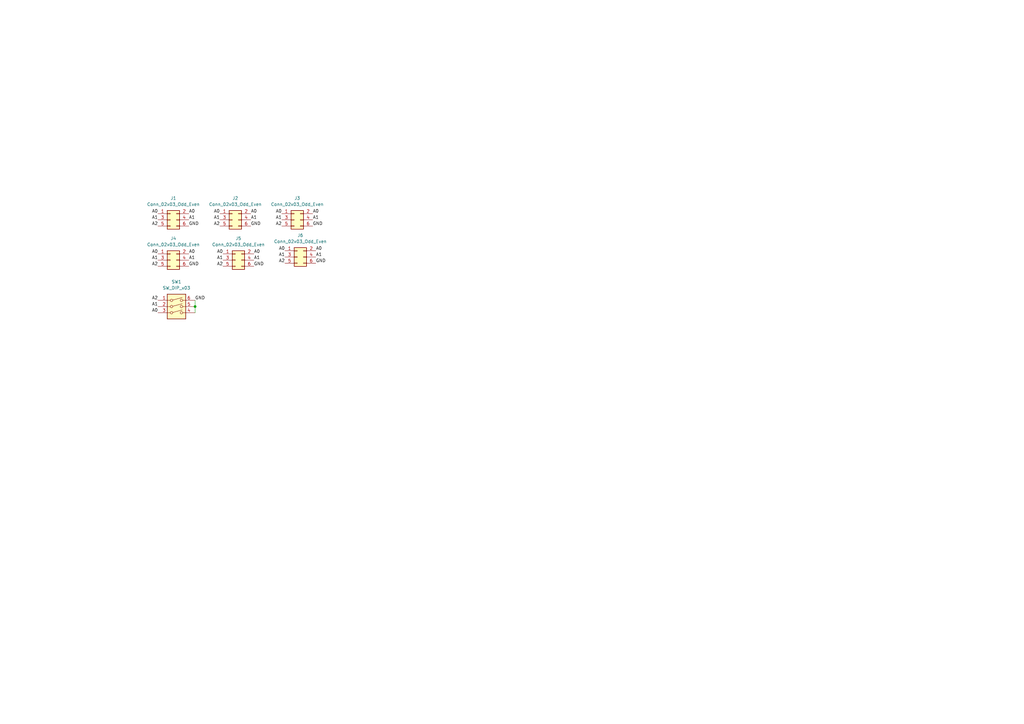
<source format=kicad_sch>
(kicad_sch (version 20231120) (generator "eeschema") (generator_version "8.0")
  (paper "A3")
  (lib_symbols
    (symbol "Connector_Generic:Conn_02x03_Odd_Even" (pin_names (offset 1.016) hide)
      (property "Reference" "J" (at 1.27 5.08 0))
      (property "Value" "Conn_02x03_Odd_Even" (at 1.27 -5.08 0))
      (symbol "Conn_02x03_Odd_Even_1_1"
        (rectangle (start -1.27 -2.413) (end 0 -2.667) (stroke (width 0.1524)))
        (rectangle (start -1.27 0.127) (end 0 -0.127) (stroke (width 0.1524)))
        (rectangle (start -1.27 2.667) (end 0 2.413) (stroke (width 0.1524)))
        (rectangle (start -1.27 3.81) (end 3.81 -3.81) (stroke (width 0.254)) (fill (type background)))
        (rectangle (start 3.81 -2.413) (end 2.54 -2.667) (stroke (width 0.1524)))
        (rectangle (start 3.81 0.127) (end 2.54 -0.127) (stroke (width 0.1524)))
        (rectangle (start 3.81 2.667) (end 2.54 2.413) (stroke (width 0.1524)))
        (pin passive line (at -5.08 2.54 0) (length 3.81) (name "Pin_1") (number "1"))
        (pin passive line (at 7.62 2.54 180) (length 3.81) (name "Pin_2") (number "2"))
        (pin passive line (at -5.08 0 0) (length 3.81) (name "Pin_3") (number "3"))
        (pin passive line (at 7.62 0 180) (length 3.81) (name "Pin_4") (number "4"))
        (pin passive line (at -5.08 -2.54 0) (length 3.81) (name "Pin_5") (number "5"))
        (pin passive line (at 7.62 -2.54 180) (length 3.81) (name "Pin_6") (number "6"))
      )
    )
    (symbol "Switch:SW_DIP_x03" (pin_names (offset 0) hide)
      (property "Reference" "SW" (at 0 6.35 0))
      (property "Value" "SW_DIP_x03" (at 0 -6.35 0))
      (symbol "SW_DIP_x03_0_0"
        (circle (center -2.032 -2.54) (radius 0.508))
        (circle (center -2.032 0) (radius 0.508))
        (circle (center -2.032 2.54) (radius 0.508))
        (polyline (pts (xy -1.524 -2.413) (xy 2.3622 -1.3716)))
        (polyline (pts (xy -1.524 0.127) (xy 2.3622 1.1684)))
        (polyline (pts (xy -1.524 2.667) (xy 2.3622 3.7084)))
        (circle (center 2.032 -2.54) (radius 0.508))
        (circle (center 2.032 0) (radius 0.508))
        (circle (center 2.032 2.54) (radius 0.508))
      )
      (symbol "SW_DIP_x03_0_1"
        (rectangle (start -3.81 5.08) (end 3.81 -5.08) (stroke (width 0.254)) (fill (type background)))
      )
      (symbol "SW_DIP_x03_1_1"
        (pin passive line (at -7.62 2.54 0) (length 5.08) (name "~") (number "1"))
        (pin passive line (at -7.62 0 0) (length 5.08) (name "~") (number "2"))
        (pin passive line (at -7.62 -2.54 0) (length 5.08) (name "~") (number "3"))
        (pin passive line (at 7.62 -2.54 180) (length 5.08) (name "~") (number "4"))
        (pin passive line (at 7.62 0 180) (length 5.08) (name "~") (number "5"))
        (pin passive line (at 7.62 2.54 180) (length 5.08) (name "~") (number "6"))
      )
    )
  )
  (junction (at 80.01 125.73))
  (wire (pts (xy 80.01 125.73) (xy 80.01 128.27)))
  (wire (pts (xy 80.01 123.19) (xy 80.01 125.73)))
  (label "A1" (at 129.54 105.41 0))
  (label "A2" (at 116.84 107.95 180))
  (label "A1" (at 115.57 90.17 180))
  (label "A0" (at 128.27 87.63 0))
  (label "GND" (at 102.87 92.71 0))
  (label "A0" (at 64.77 104.14 180))
  (label "A0" (at 129.54 102.87 0))
  (label "A2" (at 91.44 109.22 180))
  (label "A0" (at 91.44 104.14 180))
  (label "A1" (at 104.14 106.68 0))
  (label "A1" (at 77.47 106.68 0))
  (label "A1" (at 64.77 106.68 180))
  (label "A1" (at 90.17 90.17 180))
  (label "A1" (at 116.84 105.41 180))
  (label "A0" (at 64.77 128.27 180))
  (label "A0" (at 90.17 87.63 180))
  (label "A1" (at 77.47 90.17 0))
  (label "A0" (at 116.84 102.87 180))
  (label "GND" (at 77.47 92.71 0))
  (label "A0" (at 104.14 104.14 0))
  (label "GND" (at 129.54 107.95 0))
  (label "A2" (at 64.77 109.22 180))
  (label "A2" (at 90.17 92.71 180))
  (label "A1" (at 64.77 125.73 180))
  (label "A0" (at 115.57 87.63 180))
  (label "A2" (at 64.77 123.19 180))
  (label "A0" (at 77.47 104.14 0))
  (label "A0" (at 64.77 87.63 180))
  (label "GND" (at 104.14 109.22 0))
  (label "A1" (at 102.87 90.17 0))
  (label "GND" (at 80.01 123.19 0))
  (label "A0" (at 102.87 87.63 0))
  (label "A1" (at 64.77 90.17 180))
  (label "GND" (at 128.27 92.71 0))
  (label "A0" (at 77.47 87.63 0))
  (label "A1" (at 91.44 106.68 180))
  (label "A2" (at 115.57 92.71 180))
  (label "A2" (at 64.77 92.71 180))
  (label "GND" (at 77.47 109.22 0))
  (label "A1" (at 128.27 90.17 0))
  (symbol (lib_id "Connector_Generic:Conn_02x03_Odd_Even") (at 69.85 90.17 0) (unit 1)
    (property "Reference" "J1" (at 71.12 81.28 0))
    (property "Value" "Conn_02x03_Odd_Even" (at 71.12 83.82 0))
    (property "Footprint" "Connector_PinHeader_1.27mm:PinHeader_2x03_P1.27mm_Vertical_SMD" (effects (hide yes)))
    (property "Description" "Generic connector, double row, 02x03, odd/even pin numbering scheme (row 1 odd numbers, row 2 even numbers), script generated (kicad-library-utils/schlib/autogen/connector/)" (effects (hide yes)))
    (property "LCSC" "C2881908" (effects (hide yes)))
  )
  (symbol (lib_id "Connector_Generic:Conn_02x03_Odd_Even") (at 120.65 90.17 0) (unit 1)
    (property "Reference" "J3" (at 121.92 81.28 0))
    (property "Value" "Conn_02x03_Odd_Even" (at 121.92 83.82 0))
    (property "Footprint" "Connector_PinHeader_1.27mm:PinHeader_2x03_P1.27mm_Vertical_SMD" (effects (hide yes)))
    (property "Description" "Generic connector, double row, 02x03, odd/even pin numbering scheme (row 1 odd numbers, row 2 even numbers), script generated (kicad-library-utils/schlib/autogen/connector/)" (effects (hide yes)))
    (property "LCSC" "C2881908" (effects (hide yes)))
  )
  (symbol (lib_id "Connector_Generic:Conn_02x03_Odd_Even") (at 121.92 105.41 0) (unit 1)
    (property "Reference" "J6" (at 123.19 96.52 0))
    (property "Value" "Conn_02x03_Odd_Even" (at 123.19 99.06 0))
    (property "Footprint" "Connector_PinHeader_1.27mm:PinHeader_2x03_P1.27mm_Vertical_SMD" (effects (hide yes)))
    (property "Description" "Generic connector, double row, 02x03, odd/even pin numbering scheme (row 1 odd numbers, row 2 even numbers), script generated (kicad-library-utils/schlib/autogen/connector/)" (effects (hide yes)))
    (property "LCSC" "C2881908" (effects (hide yes)))
  )
  (symbol (lib_id "Connector_Generic:Conn_02x03_Odd_Even") (at 69.85 106.68 0) (unit 1)
    (property "Reference" "J4" (at 71.12 97.79 0))
    (property "Value" "Conn_02x03_Odd_Even" (at 71.12 100.33 0))
    (property "Footprint" "Connector_PinHeader_1.27mm:PinHeader_2x03_P1.27mm_Vertical_SMD" (effects (hide yes)))
    (property "Description" "Generic connector, double row, 02x03, odd/even pin numbering scheme (row 1 odd numbers, row 2 even numbers), script generated (kicad-library-utils/schlib/autogen/connector/)" (effects (hide yes)))
    (property "LCSC" "C2881908" (effects (hide yes)))
  )
  (symbol (lib_id "Connector_Generic:Conn_02x03_Odd_Even") (at 96.52 106.68 0) (unit 1)
    (property "Reference" "J5" (at 97.79 97.79 0))
    (property "Value" "Conn_02x03_Odd_Even" (at 97.79 100.33 0))
    (property "Footprint" "Connector_PinHeader_1.27mm:PinHeader_2x03_P1.27mm_Vertical_SMD" (effects (hide yes)))
    (property "Description" "Generic connector, double row, 02x03, odd/even pin numbering scheme (row 1 odd numbers, row 2 even numbers), script generated (kicad-library-utils/schlib/autogen/connector/)" (effects (hide yes)))
    (property "LCSC" "C2881908" (effects (hide yes)))
  )
  (symbol (lib_id "Connector_Generic:Conn_02x03_Odd_Even") (at 95.25 90.17 0) (unit 1)
    (property "Reference" "J2" (at 96.52 81.28 0))
    (property "Value" "Conn_02x03_Odd_Even" (at 96.52 83.82 0))
    (property "Footprint" "Connector_PinHeader_1.27mm:PinHeader_2x03_P1.27mm_Vertical_SMD" (effects (hide yes)))
    (property "Description" "Generic connector, double row, 02x03, odd/even pin numbering scheme (row 1 odd numbers, row 2 even numbers), script generated (kicad-library-utils/schlib/autogen/connector/)" (effects (hide yes)))
    (property "LCSC" "C2881908" (effects (hide yes)))
  )
  (symbol (lib_id "Switch:SW_DIP_x03") (at 72.39 125.73 0) (unit 1)
    (property "Reference" "SW1" (at 72.39 115.57 0))
    (property "Value" "SW_DIP_x03" (at 72.39 118.11 0))
    (property "Footprint" "CPS3:SW-SMD_6P-L8.6-W6.2-P2.54-LS9.8" (effects (hide yes)))
    (property "Description" "3x DIP Switch, Single Pole Single Throw (SPST) switch, small symbol" (effects (hide yes)))
    (property "LCSC" "C319040" (effects (hide yes)))
  )
)
</source>
